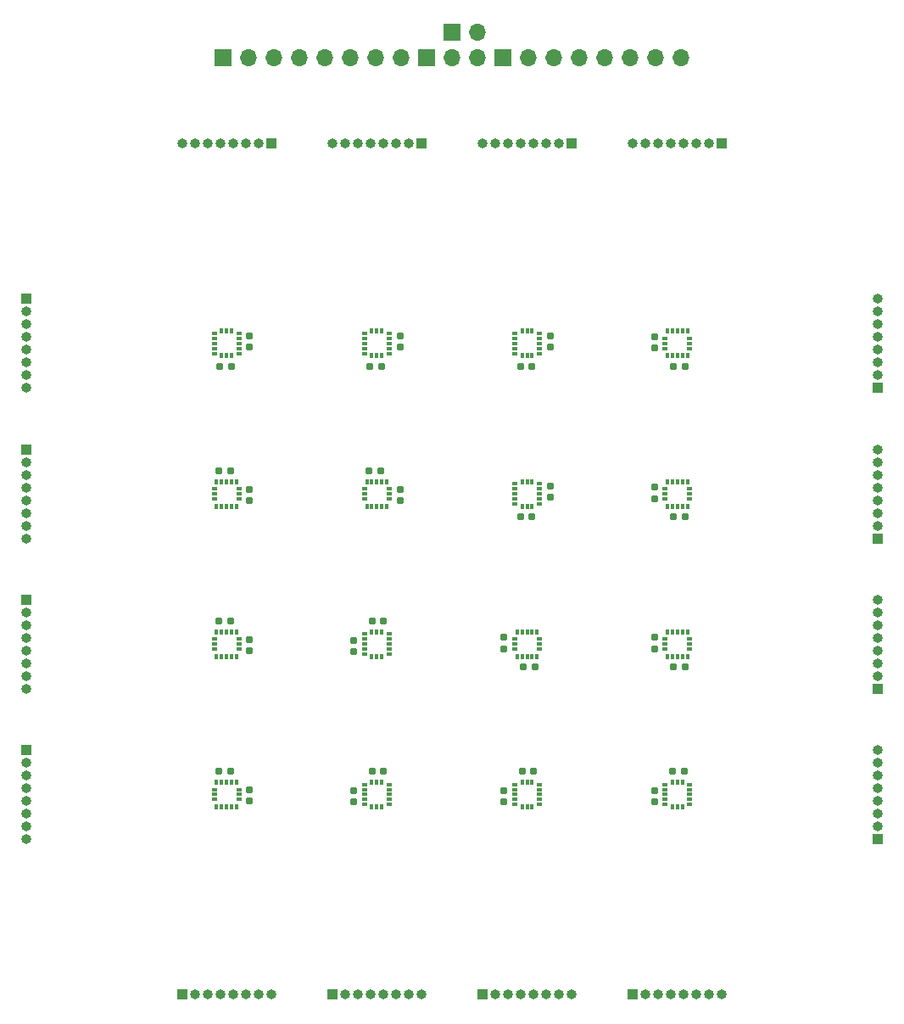
<source format=gts>
G04 #@! TF.GenerationSoftware,KiCad,Pcbnew,7.0.7-7.0.7~ubuntu22.04.1*
G04 #@! TF.CreationDate,2023-08-15T12:14:28+01:00*
G04 #@! TF.ProjectId,LIS3DH_array,4c495333-4448-45f6-9172-7261792e6b69,rev?*
G04 #@! TF.SameCoordinates,Original*
G04 #@! TF.FileFunction,Soldermask,Top*
G04 #@! TF.FilePolarity,Negative*
%FSLAX46Y46*%
G04 Gerber Fmt 4.6, Leading zero omitted, Abs format (unit mm)*
G04 Created by KiCad (PCBNEW 7.0.7-7.0.7~ubuntu22.04.1) date 2023-08-15 12:14:28*
%MOMM*%
%LPD*%
G01*
G04 APERTURE LIST*
G04 Aperture macros list*
%AMRoundRect*
0 Rectangle with rounded corners*
0 $1 Rounding radius*
0 $2 $3 $4 $5 $6 $7 $8 $9 X,Y pos of 4 corners*
0 Add a 4 corners polygon primitive as box body*
4,1,4,$2,$3,$4,$5,$6,$7,$8,$9,$2,$3,0*
0 Add four circle primitives for the rounded corners*
1,1,$1+$1,$2,$3*
1,1,$1+$1,$4,$5*
1,1,$1+$1,$6,$7*
1,1,$1+$1,$8,$9*
0 Add four rect primitives between the rounded corners*
20,1,$1+$1,$2,$3,$4,$5,0*
20,1,$1+$1,$4,$5,$6,$7,0*
20,1,$1+$1,$6,$7,$8,$9,0*
20,1,$1+$1,$8,$9,$2,$3,0*%
G04 Aperture macros list end*
%ADD10RoundRect,0.087500X0.187500X0.087500X-0.187500X0.087500X-0.187500X-0.087500X0.187500X-0.087500X0*%
%ADD11RoundRect,0.087500X0.087500X0.187500X-0.087500X0.187500X-0.087500X-0.187500X0.087500X-0.187500X0*%
%ADD12R,1.000000X1.000000*%
%ADD13O,1.000000X1.000000*%
%ADD14RoundRect,0.155000X-0.155000X0.212500X-0.155000X-0.212500X0.155000X-0.212500X0.155000X0.212500X0*%
%ADD15RoundRect,0.155000X0.212500X0.155000X-0.212500X0.155000X-0.212500X-0.155000X0.212500X-0.155000X0*%
%ADD16RoundRect,0.087500X-0.187500X-0.087500X0.187500X-0.087500X0.187500X0.087500X-0.187500X0.087500X0*%
%ADD17RoundRect,0.087500X-0.087500X-0.187500X0.087500X-0.187500X0.087500X0.187500X-0.087500X0.187500X0*%
%ADD18RoundRect,0.087500X-0.087500X0.187500X-0.087500X-0.187500X0.087500X-0.187500X0.087500X0.187500X0*%
%ADD19RoundRect,0.087500X-0.187500X0.087500X-0.187500X-0.087500X0.187500X-0.087500X0.187500X0.087500X0*%
%ADD20R,1.700000X1.700000*%
%ADD21O,1.700000X1.700000*%
%ADD22RoundRect,0.087500X0.087500X-0.187500X0.087500X0.187500X-0.087500X0.187500X-0.087500X-0.187500X0*%
%ADD23RoundRect,0.087500X0.187500X-0.087500X0.187500X0.087500X-0.187500X0.087500X-0.187500X-0.087500X0*%
%ADD24RoundRect,0.155000X0.155000X-0.212500X0.155000X0.212500X-0.155000X0.212500X-0.155000X-0.212500X0*%
%ADD25RoundRect,0.155000X-0.212500X-0.155000X0.212500X-0.155000X0.212500X0.155000X-0.212500X0.155000X0*%
G04 APERTURE END LIST*
D10*
X131225000Y-96000000D03*
X131225000Y-95500000D03*
X131225000Y-95000000D03*
X131225000Y-94500000D03*
X131225000Y-94000000D03*
D11*
X130500000Y-93775000D03*
X130000000Y-93775000D03*
X129500000Y-93775000D03*
D10*
X128775000Y-94000000D03*
X128775000Y-94500000D03*
X128775000Y-95000000D03*
X128775000Y-95500000D03*
X128775000Y-96000000D03*
D11*
X129500000Y-96225000D03*
X130000000Y-96225000D03*
X130500000Y-96225000D03*
D12*
X80025000Y-75549999D03*
D13*
X80025000Y-76819999D03*
X80025000Y-78089999D03*
X80025000Y-79359999D03*
X80025000Y-80629999D03*
X80025000Y-81899999D03*
X80025000Y-83169999D03*
X80025000Y-84439999D03*
D14*
X127700000Y-109332501D03*
X127700000Y-110467501D03*
X127700000Y-124632500D03*
X127700000Y-125767500D03*
D15*
X115667499Y-107700000D03*
X114532499Y-107700000D03*
D14*
X142700000Y-124632500D03*
X142700000Y-125767500D03*
X112700000Y-124632500D03*
X112700000Y-125767500D03*
D12*
X104450000Y-60025000D03*
D13*
X103180000Y-60025000D03*
X101910000Y-60025000D03*
X100640000Y-60025000D03*
X99370000Y-60025000D03*
X98100000Y-60025000D03*
X96830000Y-60025000D03*
X95560000Y-60025000D03*
D16*
X113775000Y-124000000D03*
X113775000Y-124500000D03*
X113775000Y-125000000D03*
X113775000Y-125500000D03*
X113775000Y-126000000D03*
D17*
X114500000Y-126225000D03*
X115000000Y-126225000D03*
X115500000Y-126225000D03*
D16*
X116225000Y-126000000D03*
X116225000Y-125500000D03*
X116225000Y-125000000D03*
X116225000Y-124500000D03*
X116225000Y-124000000D03*
D17*
X115500000Y-123775000D03*
X115000000Y-123775000D03*
X114500000Y-123775000D03*
D18*
X101000000Y-123775000D03*
X100500000Y-123775000D03*
X100000000Y-123775000D03*
X99500000Y-123775000D03*
X99000000Y-123775000D03*
D19*
X98775000Y-124500000D03*
X98775000Y-125000000D03*
X98775000Y-125500000D03*
D18*
X99000000Y-126225000D03*
X99500000Y-126225000D03*
X100000000Y-126225000D03*
X100500000Y-126225000D03*
X101000000Y-126225000D03*
D19*
X101225000Y-125500000D03*
X101225000Y-125000000D03*
X101225000Y-124500000D03*
D20*
X122500000Y-48960000D03*
D21*
X125040000Y-48960000D03*
D12*
X80025000Y-105550001D03*
D13*
X80025000Y-106820001D03*
X80025000Y-108090001D03*
X80025000Y-109360001D03*
X80025000Y-110630001D03*
X80025000Y-111900001D03*
X80025000Y-113170001D03*
X80025000Y-114440001D03*
D22*
X144000000Y-96225000D03*
X144500000Y-96225000D03*
X145000000Y-96225000D03*
X145500000Y-96225000D03*
X146000000Y-96225000D03*
D23*
X146225000Y-95500000D03*
X146225000Y-95000000D03*
X146225000Y-94500000D03*
D22*
X146000000Y-93775000D03*
X145500000Y-93775000D03*
X145000000Y-93775000D03*
X144500000Y-93775000D03*
X144000000Y-93775000D03*
D23*
X143775000Y-94500000D03*
X143775000Y-95000000D03*
X143775000Y-95500000D03*
D16*
X143775000Y-124000000D03*
X143775000Y-124500000D03*
X143775000Y-125000000D03*
X143775000Y-125500000D03*
X143775000Y-126000000D03*
D17*
X144500000Y-126225000D03*
X145000000Y-126225000D03*
X145500000Y-126225000D03*
D16*
X146225000Y-126000000D03*
X146225000Y-125500000D03*
X146225000Y-125000000D03*
X146225000Y-124500000D03*
X146225000Y-124000000D03*
D17*
X145500000Y-123775000D03*
X145000000Y-123775000D03*
X144500000Y-123775000D03*
D15*
X145667499Y-122700000D03*
X144532499Y-122700000D03*
D12*
X95550000Y-144975000D03*
D13*
X96820000Y-144975000D03*
X98090000Y-144975000D03*
X99360000Y-144975000D03*
X100630000Y-144975000D03*
X101900000Y-144975000D03*
X103170000Y-144975000D03*
X104440000Y-144975000D03*
D12*
X149450000Y-60025000D03*
D13*
X148180000Y-60025000D03*
X146910000Y-60025000D03*
X145640000Y-60025000D03*
X144370000Y-60025000D03*
X143100000Y-60025000D03*
X141830000Y-60025000D03*
X140560000Y-60025000D03*
D12*
X164975000Y-84449999D03*
D13*
X164975000Y-83179999D03*
X164975000Y-81909999D03*
X164975000Y-80639999D03*
X164975000Y-79369999D03*
X164975000Y-78099999D03*
X164975000Y-76829999D03*
X164975000Y-75559999D03*
D24*
X117300000Y-95667499D03*
X117300000Y-94532499D03*
D25*
X129332500Y-82300000D03*
X130467500Y-82300000D03*
X144632500Y-82300000D03*
X145767500Y-82300000D03*
X144632500Y-112300000D03*
X145767500Y-112300000D03*
D12*
X164975000Y-99449999D03*
D13*
X164975000Y-98179999D03*
X164975000Y-96909999D03*
X164975000Y-95639999D03*
X164975000Y-94369999D03*
X164975000Y-93099999D03*
X164975000Y-91829999D03*
X164975000Y-90559999D03*
D12*
X80025000Y-90550001D03*
D13*
X80025000Y-91820001D03*
X80025000Y-93090001D03*
X80025000Y-94360001D03*
X80025000Y-95630001D03*
X80025000Y-96900001D03*
X80025000Y-98170001D03*
X80025000Y-99440001D03*
D25*
X129332500Y-97300000D03*
X130467500Y-97300000D03*
D22*
X129000000Y-111225000D03*
X129500000Y-111225000D03*
X130000000Y-111225000D03*
X130500000Y-111225000D03*
X131000000Y-111225000D03*
D23*
X131225000Y-110500000D03*
X131225000Y-110000000D03*
X131225000Y-109500000D03*
D22*
X131000000Y-108775000D03*
X130500000Y-108775000D03*
X130000000Y-108775000D03*
X129500000Y-108775000D03*
X129000000Y-108775000D03*
D23*
X128775000Y-109500000D03*
X128775000Y-110000000D03*
X128775000Y-110500000D03*
D14*
X112700000Y-109632500D03*
X112700000Y-110767500D03*
D15*
X115367500Y-92700000D03*
X114232500Y-92700000D03*
X115667499Y-122700000D03*
X114532499Y-122700000D03*
D10*
X131225000Y-81000000D03*
X131225000Y-80500000D03*
X131225000Y-80000000D03*
X131225000Y-79500000D03*
X131225000Y-79000000D03*
D11*
X130500000Y-78775000D03*
X130000000Y-78775000D03*
X129500000Y-78775000D03*
D10*
X128775000Y-79000000D03*
X128775000Y-79500000D03*
X128775000Y-80000000D03*
X128775000Y-80500000D03*
X128775000Y-81000000D03*
D11*
X129500000Y-81225000D03*
X130000000Y-81225000D03*
X130500000Y-81225000D03*
D14*
X142700000Y-79332501D03*
X142700000Y-80467501D03*
D24*
X132300000Y-95367500D03*
X132300000Y-94232500D03*
D25*
X114332500Y-82300000D03*
X115467500Y-82300000D03*
D24*
X102300000Y-80367500D03*
X102300000Y-79232500D03*
X117300000Y-80367500D03*
X117300000Y-79232500D03*
X132300000Y-80367500D03*
X132300000Y-79232500D03*
D18*
X101000000Y-93775000D03*
X100500000Y-93775000D03*
X100000000Y-93775000D03*
X99500000Y-93775000D03*
X99000000Y-93775000D03*
D19*
X98775000Y-94500000D03*
X98775000Y-95000000D03*
X98775000Y-95500000D03*
D18*
X99000000Y-96225000D03*
X99500000Y-96225000D03*
X100000000Y-96225000D03*
X100500000Y-96225000D03*
X101000000Y-96225000D03*
D19*
X101225000Y-95500000D03*
X101225000Y-95000000D03*
X101225000Y-94500000D03*
D18*
X116000000Y-93775000D03*
X115500000Y-93775000D03*
X115000000Y-93775000D03*
X114500000Y-93775000D03*
X114000000Y-93775000D03*
D19*
X113775000Y-94500000D03*
X113775000Y-95000000D03*
X113775000Y-95500000D03*
D18*
X114000000Y-96225000D03*
X114500000Y-96225000D03*
X115000000Y-96225000D03*
X115500000Y-96225000D03*
X116000000Y-96225000D03*
D19*
X116225000Y-95500000D03*
X116225000Y-95000000D03*
X116225000Y-94500000D03*
D24*
X102300000Y-125667499D03*
X102300000Y-124532499D03*
D15*
X100367500Y-122700000D03*
X99232500Y-122700000D03*
D24*
X102300000Y-110667499D03*
X102300000Y-109532499D03*
D16*
X128775000Y-124000000D03*
X128775000Y-124500000D03*
X128775000Y-125000000D03*
X128775000Y-125500000D03*
X128775000Y-126000000D03*
D17*
X129500000Y-126225000D03*
X130000000Y-126225000D03*
X130500000Y-126225000D03*
D16*
X131225000Y-126000000D03*
X131225000Y-125500000D03*
X131225000Y-125000000D03*
X131225000Y-124500000D03*
X131225000Y-124000000D03*
D17*
X130500000Y-123775000D03*
X130000000Y-123775000D03*
X129500000Y-123775000D03*
D22*
X144000000Y-81225000D03*
X144500000Y-81225000D03*
X145000000Y-81225000D03*
X145500000Y-81225000D03*
X146000000Y-81225000D03*
D23*
X146225000Y-80500000D03*
X146225000Y-80000000D03*
X146225000Y-79500000D03*
D22*
X146000000Y-78775000D03*
X145500000Y-78775000D03*
X145000000Y-78775000D03*
X144500000Y-78775000D03*
X144000000Y-78775000D03*
D23*
X143775000Y-79500000D03*
X143775000Y-80000000D03*
X143775000Y-80500000D03*
D15*
X100367500Y-107700000D03*
X99232500Y-107700000D03*
D10*
X116225000Y-81000000D03*
X116225000Y-80500000D03*
X116225000Y-80000000D03*
X116225000Y-79500000D03*
X116225000Y-79000000D03*
D11*
X115500000Y-78775000D03*
X115000000Y-78775000D03*
X114500000Y-78775000D03*
D10*
X113775000Y-79000000D03*
X113775000Y-79500000D03*
X113775000Y-80000000D03*
X113775000Y-80500000D03*
X113775000Y-81000000D03*
D11*
X114500000Y-81225000D03*
X115000000Y-81225000D03*
X115500000Y-81225000D03*
D15*
X100367500Y-92700000D03*
X99232500Y-92700000D03*
D12*
X110550001Y-144975000D03*
D13*
X111820001Y-144975000D03*
X113090001Y-144975000D03*
X114360001Y-144975000D03*
X115630001Y-144975000D03*
X116900001Y-144975000D03*
X118170001Y-144975000D03*
X119440001Y-144975000D03*
D22*
X144000000Y-111225000D03*
X144500000Y-111225000D03*
X145000000Y-111225000D03*
X145500000Y-111225000D03*
X146000000Y-111225000D03*
D23*
X146225000Y-110500000D03*
X146225000Y-110000000D03*
X146225000Y-109500000D03*
D22*
X146000000Y-108775000D03*
X145500000Y-108775000D03*
X145000000Y-108775000D03*
X144500000Y-108775000D03*
X144000000Y-108775000D03*
D23*
X143775000Y-109500000D03*
X143775000Y-110000000D03*
X143775000Y-110500000D03*
D14*
X142700000Y-109332501D03*
X142700000Y-110467501D03*
D16*
X113775000Y-109000000D03*
X113775000Y-109500000D03*
X113775000Y-110000000D03*
X113775000Y-110500000D03*
X113775000Y-111000000D03*
D17*
X114500000Y-111225000D03*
X115000000Y-111225000D03*
X115500000Y-111225000D03*
D16*
X116225000Y-111000000D03*
X116225000Y-110500000D03*
X116225000Y-110000000D03*
X116225000Y-109500000D03*
X116225000Y-109000000D03*
D17*
X115500000Y-108775000D03*
X115000000Y-108775000D03*
X114500000Y-108775000D03*
D18*
X101000000Y-108775000D03*
X100500000Y-108775000D03*
X100000000Y-108775000D03*
X99500000Y-108775000D03*
X99000000Y-108775000D03*
D19*
X98775000Y-109500000D03*
X98775000Y-110000000D03*
X98775000Y-110500000D03*
D18*
X99000000Y-111225000D03*
X99500000Y-111225000D03*
X100000000Y-111225000D03*
X100500000Y-111225000D03*
X101000000Y-111225000D03*
D19*
X101225000Y-110500000D03*
X101225000Y-110000000D03*
X101225000Y-109500000D03*
D20*
X127580000Y-51500000D03*
D21*
X130120000Y-51500000D03*
X132660000Y-51500000D03*
X135200000Y-51500000D03*
X137740000Y-51500000D03*
X140280000Y-51500000D03*
X142820000Y-51500000D03*
X145360000Y-51500000D03*
D12*
X80025000Y-120550001D03*
D13*
X80025000Y-121820001D03*
X80025000Y-123090001D03*
X80025000Y-124360001D03*
X80025000Y-125630001D03*
X80025000Y-126900001D03*
X80025000Y-128170001D03*
X80025000Y-129440001D03*
D20*
X119960000Y-51500000D03*
D21*
X122500000Y-51500000D03*
X125040000Y-51500000D03*
D25*
X144632500Y-97300000D03*
X145767500Y-97300000D03*
D12*
X134450000Y-60025000D03*
D13*
X133180000Y-60025000D03*
X131910000Y-60025000D03*
X130640000Y-60025000D03*
X129370000Y-60025000D03*
X128100000Y-60025000D03*
X126830000Y-60025000D03*
X125560000Y-60025000D03*
D12*
X164975000Y-114449999D03*
D13*
X164975000Y-113179999D03*
X164975000Y-111909999D03*
X164975000Y-110639999D03*
X164975000Y-109369999D03*
X164975000Y-108099999D03*
X164975000Y-106829999D03*
X164975000Y-105559999D03*
D12*
X140550001Y-144975000D03*
D13*
X141820001Y-144975000D03*
X143090001Y-144975000D03*
X144360001Y-144975000D03*
X145630001Y-144975000D03*
X146900001Y-144975000D03*
X148170001Y-144975000D03*
X149440001Y-144975000D03*
D24*
X102300000Y-95667499D03*
X102300000Y-94532499D03*
D25*
X129632500Y-112300000D03*
X130767500Y-112300000D03*
D14*
X142700000Y-94332501D03*
X142700000Y-95467501D03*
D12*
X164975000Y-129450001D03*
D13*
X164975000Y-128180001D03*
X164975000Y-126910001D03*
X164975000Y-125640001D03*
X164975000Y-124370001D03*
X164975000Y-123100001D03*
X164975000Y-121830001D03*
X164975000Y-120560001D03*
D15*
X130667499Y-122700000D03*
X129532499Y-122700000D03*
D20*
X99640000Y-51500000D03*
D21*
X102180000Y-51500000D03*
X104720000Y-51500000D03*
X107260000Y-51500000D03*
X109800000Y-51500000D03*
X112340000Y-51500000D03*
X114880000Y-51500000D03*
X117420000Y-51500000D03*
D12*
X119450000Y-60025000D03*
D13*
X118180000Y-60025000D03*
X116910000Y-60025000D03*
X115640000Y-60025000D03*
X114370000Y-60025000D03*
X113100000Y-60025000D03*
X111830000Y-60025000D03*
X110560000Y-60025000D03*
D25*
X99332500Y-82300000D03*
X100467500Y-82300000D03*
D10*
X101225000Y-81000000D03*
X101225000Y-80500000D03*
X101225000Y-80000000D03*
X101225000Y-79500000D03*
X101225000Y-79000000D03*
D11*
X100500000Y-78775000D03*
X100000000Y-78775000D03*
X99500000Y-78775000D03*
D10*
X98775000Y-79000000D03*
X98775000Y-79500000D03*
X98775000Y-80000000D03*
X98775000Y-80500000D03*
X98775000Y-81000000D03*
D11*
X99500000Y-81225000D03*
X100000000Y-81225000D03*
X100500000Y-81225000D03*
D12*
X125550001Y-144975000D03*
D13*
X126820001Y-144975000D03*
X128090001Y-144975000D03*
X129360001Y-144975000D03*
X130630001Y-144975000D03*
X131900001Y-144975000D03*
X133170001Y-144975000D03*
X134440001Y-144975000D03*
M02*

</source>
